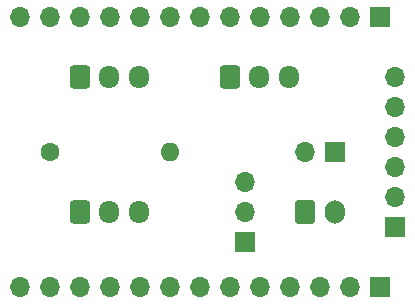
<source format=gbr>
G04 #@! TF.GenerationSoftware,KiCad,Pcbnew,9.0.0*
G04 #@! TF.CreationDate,2025-04-11T23:40:49+02:00*
G04 #@! TF.ProjectId,1-Wire HAT for WT32-ETH01,312d5769-7265-4204-9841-5420666f7220,rev?*
G04 #@! TF.SameCoordinates,Original*
G04 #@! TF.FileFunction,Soldermask,Top*
G04 #@! TF.FilePolarity,Negative*
%FSLAX46Y46*%
G04 Gerber Fmt 4.6, Leading zero omitted, Abs format (unit mm)*
G04 Created by KiCad (PCBNEW 9.0.0) date 2025-04-11 23:40:49*
%MOMM*%
%LPD*%
G01*
G04 APERTURE LIST*
G04 Aperture macros list*
%AMRoundRect*
0 Rectangle with rounded corners*
0 $1 Rounding radius*
0 $2 $3 $4 $5 $6 $7 $8 $9 X,Y pos of 4 corners*
0 Add a 4 corners polygon primitive as box body*
4,1,4,$2,$3,$4,$5,$6,$7,$8,$9,$2,$3,0*
0 Add four circle primitives for the rounded corners*
1,1,$1+$1,$2,$3*
1,1,$1+$1,$4,$5*
1,1,$1+$1,$6,$7*
1,1,$1+$1,$8,$9*
0 Add four rect primitives between the rounded corners*
20,1,$1+$1,$2,$3,$4,$5,0*
20,1,$1+$1,$4,$5,$6,$7,0*
20,1,$1+$1,$6,$7,$8,$9,0*
20,1,$1+$1,$8,$9,$2,$3,0*%
G04 Aperture macros list end*
%ADD10C,1.600000*%
%ADD11O,1.600000X1.600000*%
%ADD12RoundRect,0.250000X-0.600000X-0.750000X0.600000X-0.750000X0.600000X0.750000X-0.600000X0.750000X0*%
%ADD13O,1.700000X2.000000*%
%ADD14RoundRect,0.250000X-0.600000X-0.725000X0.600000X-0.725000X0.600000X0.725000X-0.600000X0.725000X0*%
%ADD15O,1.700000X1.950000*%
%ADD16R,1.700000X1.700000*%
%ADD17O,1.700000X1.700000*%
G04 APERTURE END LIST*
D10*
X103910000Y-112700000D03*
D11*
X114070000Y-112700000D03*
D12*
X125540000Y-117780000D03*
D13*
X128040000Y-117780000D03*
D14*
X119150000Y-106350000D03*
D15*
X121650000Y-106350000D03*
X124150000Y-106350000D03*
D14*
X106450000Y-106350000D03*
D15*
X108950000Y-106350000D03*
X111450000Y-106350000D03*
D16*
X133120000Y-119050000D03*
D17*
X133120000Y-116510000D03*
X133120000Y-113970000D03*
X133120000Y-111430000D03*
X133120000Y-108890000D03*
X133120000Y-106350000D03*
D14*
X106450000Y-117780000D03*
D15*
X108950000Y-117780000D03*
X111450000Y-117780000D03*
D16*
X128045000Y-112700000D03*
D17*
X125505000Y-112700000D03*
D16*
X120420000Y-120320000D03*
D17*
X120420000Y-117780000D03*
X120420000Y-115240000D03*
D16*
X131850000Y-124130000D03*
D17*
X129310000Y-124130000D03*
X126770000Y-124130000D03*
X124230000Y-124130000D03*
X121690000Y-124130000D03*
X119150000Y-124130000D03*
X116610000Y-124130000D03*
X114070000Y-124130000D03*
X111530000Y-124130000D03*
X108990000Y-124130000D03*
X106450000Y-124130000D03*
X103910000Y-124130000D03*
X101370000Y-124130000D03*
D16*
X131850000Y-101270000D03*
D17*
X129310000Y-101270000D03*
X126770000Y-101270000D03*
X124230000Y-101270000D03*
X121690000Y-101270000D03*
X119150000Y-101270000D03*
X116610000Y-101270000D03*
X114070000Y-101270000D03*
X111530000Y-101270000D03*
X108990000Y-101270000D03*
X106450000Y-101270000D03*
X103910000Y-101270000D03*
X101370000Y-101270000D03*
M02*

</source>
